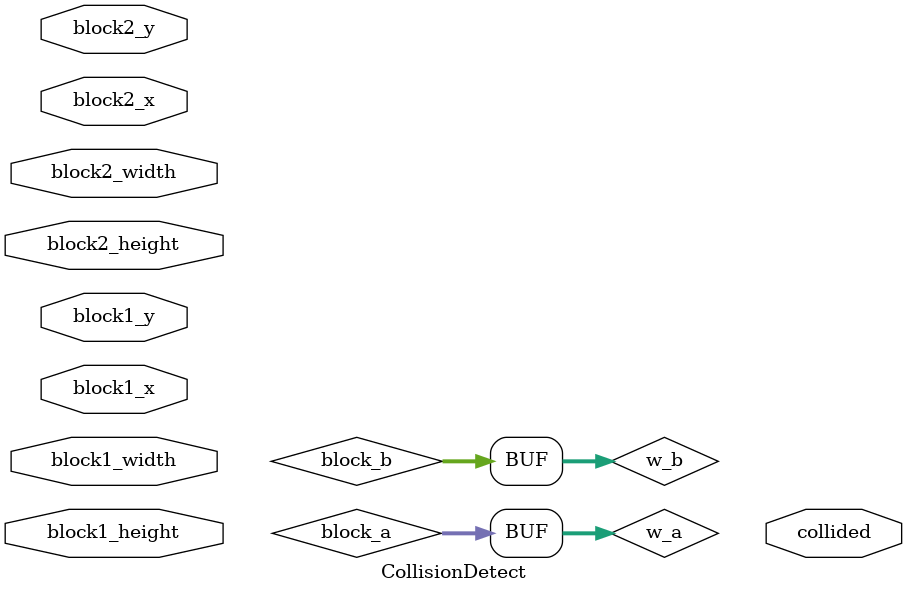
<source format=v>
module CollisionDetect(
	input [9:0] block1_x,
	input [9:0] block1_y,
	input [9:0] block1_width,
	input [9:0] block1_height,
	input [9:0] block2_x,
	input [9:0] block2_y,
	input [9:0] block2_width,
	input [9:0] block2_height,
	output collided
	);
	
	reg [9:0] block_a;
	reg [9:0] block_b;
	
	wire [9:0] w_a;
	wire [9:0] w_b;
	wire w_equal;
	wire w_greater;
	wire w_less;

	assign w_a = block_a;
	assign w_b = block_b;
	Compare10 cmp1(w_a, w_b, w_equal, w_greater, w_less);

	always @(*) begin
		
	end


endmodule 
</source>
